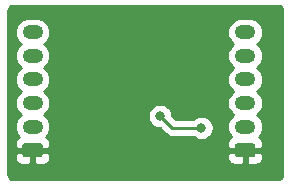
<source format=gbr>
%TF.GenerationSoftware,KiCad,Pcbnew,5.1.6-c6e7f7d~87~ubuntu20.04.1*%
%TF.CreationDate,2020-08-25T19:21:37-04:00*%
%TF.ProjectId,4_Channel_Level_Shifter,345f4368-616e-46e6-956c-5f4c6576656c,rev?*%
%TF.SameCoordinates,Original*%
%TF.FileFunction,Copper,L2,Bot*%
%TF.FilePolarity,Positive*%
%FSLAX46Y46*%
G04 Gerber Fmt 4.6, Leading zero omitted, Abs format (unit mm)*
G04 Created by KiCad (PCBNEW 5.1.6-c6e7f7d~87~ubuntu20.04.1) date 2020-08-25 19:21:37*
%MOMM*%
%LPD*%
G01*
G04 APERTURE LIST*
%TA.AperFunction,ComponentPad*%
%ADD10O,1.750000X1.200000*%
%TD*%
%TA.AperFunction,ViaPad*%
%ADD11C,0.800000*%
%TD*%
%TA.AperFunction,Conductor*%
%ADD12C,0.250000*%
%TD*%
%TA.AperFunction,Conductor*%
%ADD13C,0.254000*%
%TD*%
G04 APERTURE END LIST*
D10*
%TO.P,J2,6*%
%TO.N,4_L*%
X173200000Y-96400000D03*
%TO.P,J2,5*%
%TO.N,3_L*%
X173200000Y-98400000D03*
%TO.P,J2,4*%
%TO.N,2_L*%
X173200000Y-100400000D03*
%TO.P,J2,3*%
%TO.N,1_L*%
X173200000Y-102400000D03*
%TO.P,J2,2*%
%TO.N,VDD*%
X173200000Y-104400000D03*
%TO.P,J2,1*%
%TO.N,GND*%
%TA.AperFunction,ComponentPad*%
G36*
G01*
X173825001Y-107000000D02*
X172574999Y-107000000D01*
G75*
G02*
X172325000Y-106750001I0J249999D01*
G01*
X172325000Y-106049999D01*
G75*
G02*
X172574999Y-105800000I249999J0D01*
G01*
X173825001Y-105800000D01*
G75*
G02*
X174075000Y-106049999I0J-249999D01*
G01*
X174075000Y-106750001D01*
G75*
G02*
X173825001Y-107000000I-249999J0D01*
G01*
G37*
%TD.AperFunction*%
%TD*%
%TO.P,J1,6*%
%TO.N,4_H*%
X155200000Y-96400000D03*
%TO.P,J1,5*%
%TO.N,3_H*%
X155200000Y-98400000D03*
%TO.P,J1,4*%
%TO.N,2_H*%
X155200000Y-100400000D03*
%TO.P,J1,3*%
%TO.N,1_H*%
X155200000Y-102400000D03*
%TO.P,J1,2*%
%TO.N,VCC*%
X155200000Y-104400000D03*
%TO.P,J1,1*%
%TO.N,GND*%
%TA.AperFunction,ComponentPad*%
G36*
G01*
X155825001Y-107000000D02*
X154574999Y-107000000D01*
G75*
G02*
X154325000Y-106750001I0J249999D01*
G01*
X154325000Y-106049999D01*
G75*
G02*
X154574999Y-105800000I249999J0D01*
G01*
X155825001Y-105800000D01*
G75*
G02*
X156075000Y-106049999I0J-249999D01*
G01*
X156075000Y-106750001D01*
G75*
G02*
X155825001Y-107000000I-249999J0D01*
G01*
G37*
%TD.AperFunction*%
%TD*%
D11*
%TO.N,GND*%
X158500000Y-107500000D03*
X163000000Y-108000000D03*
X165000000Y-106000000D03*
X169000000Y-107500000D03*
%TO.N,1_L*%
X169500000Y-104500000D03*
X166000000Y-103500000D03*
%TD*%
D12*
%TO.N,1_L*%
X169500000Y-104500000D02*
X167000000Y-104500000D01*
X167000000Y-104500000D02*
X166000000Y-103500000D01*
%TD*%
D13*
%TO.N,GND*%
G36*
X176065424Y-94169580D02*
G01*
X176128356Y-94188580D01*
X176186405Y-94219445D01*
X176237343Y-94260989D01*
X176279248Y-94311644D01*
X176310515Y-94369471D01*
X176329956Y-94432272D01*
X176340000Y-94527835D01*
X176340001Y-108467711D01*
X176330420Y-108565424D01*
X176311420Y-108628357D01*
X176280554Y-108686406D01*
X176239011Y-108737343D01*
X176188356Y-108779248D01*
X176130529Y-108810515D01*
X176067728Y-108829956D01*
X175972165Y-108840000D01*
X153532279Y-108840000D01*
X153434576Y-108830420D01*
X153371643Y-108811420D01*
X153313594Y-108780554D01*
X153262657Y-108739011D01*
X153220752Y-108688356D01*
X153189485Y-108630529D01*
X153170044Y-108567728D01*
X153160000Y-108472165D01*
X153160000Y-107000000D01*
X153686928Y-107000000D01*
X153699188Y-107124482D01*
X153735498Y-107244180D01*
X153794463Y-107354494D01*
X153873815Y-107451185D01*
X153970506Y-107530537D01*
X154080820Y-107589502D01*
X154200518Y-107625812D01*
X154325000Y-107638072D01*
X154914250Y-107635000D01*
X155073000Y-107476250D01*
X155073000Y-106527000D01*
X155327000Y-106527000D01*
X155327000Y-107476250D01*
X155485750Y-107635000D01*
X156075000Y-107638072D01*
X156199482Y-107625812D01*
X156319180Y-107589502D01*
X156429494Y-107530537D01*
X156526185Y-107451185D01*
X156605537Y-107354494D01*
X156664502Y-107244180D01*
X156700812Y-107124482D01*
X156713072Y-107000000D01*
X171686928Y-107000000D01*
X171699188Y-107124482D01*
X171735498Y-107244180D01*
X171794463Y-107354494D01*
X171873815Y-107451185D01*
X171970506Y-107530537D01*
X172080820Y-107589502D01*
X172200518Y-107625812D01*
X172325000Y-107638072D01*
X172914250Y-107635000D01*
X173073000Y-107476250D01*
X173073000Y-106527000D01*
X173327000Y-106527000D01*
X173327000Y-107476250D01*
X173485750Y-107635000D01*
X174075000Y-107638072D01*
X174199482Y-107625812D01*
X174319180Y-107589502D01*
X174429494Y-107530537D01*
X174526185Y-107451185D01*
X174605537Y-107354494D01*
X174664502Y-107244180D01*
X174700812Y-107124482D01*
X174713072Y-107000000D01*
X174710000Y-106685750D01*
X174551250Y-106527000D01*
X173327000Y-106527000D01*
X173073000Y-106527000D01*
X171848750Y-106527000D01*
X171690000Y-106685750D01*
X171686928Y-107000000D01*
X156713072Y-107000000D01*
X156710000Y-106685750D01*
X156551250Y-106527000D01*
X155327000Y-106527000D01*
X155073000Y-106527000D01*
X153848750Y-106527000D01*
X153690000Y-106685750D01*
X153686928Y-107000000D01*
X153160000Y-107000000D01*
X153160000Y-96400000D01*
X153684025Y-96400000D01*
X153707870Y-96642102D01*
X153778489Y-96874901D01*
X153893167Y-97089449D01*
X154047498Y-97277502D01*
X154196762Y-97400000D01*
X154047498Y-97522498D01*
X153893167Y-97710551D01*
X153778489Y-97925099D01*
X153707870Y-98157898D01*
X153684025Y-98400000D01*
X153707870Y-98642102D01*
X153778489Y-98874901D01*
X153893167Y-99089449D01*
X154047498Y-99277502D01*
X154196762Y-99400000D01*
X154047498Y-99522498D01*
X153893167Y-99710551D01*
X153778489Y-99925099D01*
X153707870Y-100157898D01*
X153684025Y-100400000D01*
X153707870Y-100642102D01*
X153778489Y-100874901D01*
X153893167Y-101089449D01*
X154047498Y-101277502D01*
X154196762Y-101400000D01*
X154047498Y-101522498D01*
X153893167Y-101710551D01*
X153778489Y-101925099D01*
X153707870Y-102157898D01*
X153684025Y-102400000D01*
X153707870Y-102642102D01*
X153778489Y-102874901D01*
X153893167Y-103089449D01*
X154047498Y-103277502D01*
X154196762Y-103400000D01*
X154047498Y-103522498D01*
X153893167Y-103710551D01*
X153778489Y-103925099D01*
X153707870Y-104157898D01*
X153684025Y-104400000D01*
X153707870Y-104642102D01*
X153778489Y-104874901D01*
X153893167Y-105089449D01*
X154019436Y-105243309D01*
X153970506Y-105269463D01*
X153873815Y-105348815D01*
X153794463Y-105445506D01*
X153735498Y-105555820D01*
X153699188Y-105675518D01*
X153686928Y-105800000D01*
X153690000Y-106114250D01*
X153848750Y-106273000D01*
X155073000Y-106273000D01*
X155073000Y-106253000D01*
X155327000Y-106253000D01*
X155327000Y-106273000D01*
X156551250Y-106273000D01*
X156710000Y-106114250D01*
X156713072Y-105800000D01*
X156700812Y-105675518D01*
X156664502Y-105555820D01*
X156605537Y-105445506D01*
X156526185Y-105348815D01*
X156429494Y-105269463D01*
X156380564Y-105243309D01*
X156506833Y-105089449D01*
X156621511Y-104874901D01*
X156692130Y-104642102D01*
X156715975Y-104400000D01*
X156692130Y-104157898D01*
X156621511Y-103925099D01*
X156506833Y-103710551D01*
X156352502Y-103522498D01*
X156203238Y-103400000D01*
X156205600Y-103398061D01*
X164965000Y-103398061D01*
X164965000Y-103601939D01*
X165004774Y-103801898D01*
X165082795Y-103990256D01*
X165196063Y-104159774D01*
X165340226Y-104303937D01*
X165509744Y-104417205D01*
X165698102Y-104495226D01*
X165898061Y-104535000D01*
X165960199Y-104535000D01*
X166436201Y-105011003D01*
X166459999Y-105040001D01*
X166488997Y-105063799D01*
X166575724Y-105134974D01*
X166707753Y-105205546D01*
X166851014Y-105249003D01*
X167000000Y-105263677D01*
X167037333Y-105260000D01*
X168796289Y-105260000D01*
X168840226Y-105303937D01*
X169009744Y-105417205D01*
X169198102Y-105495226D01*
X169398061Y-105535000D01*
X169601939Y-105535000D01*
X169801898Y-105495226D01*
X169990256Y-105417205D01*
X170159774Y-105303937D01*
X170303937Y-105159774D01*
X170417205Y-104990256D01*
X170495226Y-104801898D01*
X170535000Y-104601939D01*
X170535000Y-104398061D01*
X170495226Y-104198102D01*
X170417205Y-104009744D01*
X170303937Y-103840226D01*
X170159774Y-103696063D01*
X169990256Y-103582795D01*
X169801898Y-103504774D01*
X169601939Y-103465000D01*
X169398061Y-103465000D01*
X169198102Y-103504774D01*
X169009744Y-103582795D01*
X168840226Y-103696063D01*
X168796289Y-103740000D01*
X167314802Y-103740000D01*
X167035000Y-103460199D01*
X167035000Y-103398061D01*
X166995226Y-103198102D01*
X166917205Y-103009744D01*
X166803937Y-102840226D01*
X166659774Y-102696063D01*
X166490256Y-102582795D01*
X166301898Y-102504774D01*
X166101939Y-102465000D01*
X165898061Y-102465000D01*
X165698102Y-102504774D01*
X165509744Y-102582795D01*
X165340226Y-102696063D01*
X165196063Y-102840226D01*
X165082795Y-103009744D01*
X165004774Y-103198102D01*
X164965000Y-103398061D01*
X156205600Y-103398061D01*
X156352502Y-103277502D01*
X156506833Y-103089449D01*
X156621511Y-102874901D01*
X156692130Y-102642102D01*
X156715975Y-102400000D01*
X156692130Y-102157898D01*
X156621511Y-101925099D01*
X156506833Y-101710551D01*
X156352502Y-101522498D01*
X156203238Y-101400000D01*
X156352502Y-101277502D01*
X156506833Y-101089449D01*
X156621511Y-100874901D01*
X156692130Y-100642102D01*
X156715975Y-100400000D01*
X156692130Y-100157898D01*
X156621511Y-99925099D01*
X156506833Y-99710551D01*
X156352502Y-99522498D01*
X156203238Y-99400000D01*
X156352502Y-99277502D01*
X156506833Y-99089449D01*
X156621511Y-98874901D01*
X156692130Y-98642102D01*
X156715975Y-98400000D01*
X156692130Y-98157898D01*
X156621511Y-97925099D01*
X156506833Y-97710551D01*
X156352502Y-97522498D01*
X156203238Y-97400000D01*
X156352502Y-97277502D01*
X156506833Y-97089449D01*
X156621511Y-96874901D01*
X156692130Y-96642102D01*
X156715975Y-96400000D01*
X171684025Y-96400000D01*
X171707870Y-96642102D01*
X171778489Y-96874901D01*
X171893167Y-97089449D01*
X172047498Y-97277502D01*
X172196762Y-97400000D01*
X172047498Y-97522498D01*
X171893167Y-97710551D01*
X171778489Y-97925099D01*
X171707870Y-98157898D01*
X171684025Y-98400000D01*
X171707870Y-98642102D01*
X171778489Y-98874901D01*
X171893167Y-99089449D01*
X172047498Y-99277502D01*
X172196762Y-99400000D01*
X172047498Y-99522498D01*
X171893167Y-99710551D01*
X171778489Y-99925099D01*
X171707870Y-100157898D01*
X171684025Y-100400000D01*
X171707870Y-100642102D01*
X171778489Y-100874901D01*
X171893167Y-101089449D01*
X172047498Y-101277502D01*
X172196762Y-101400000D01*
X172047498Y-101522498D01*
X171893167Y-101710551D01*
X171778489Y-101925099D01*
X171707870Y-102157898D01*
X171684025Y-102400000D01*
X171707870Y-102642102D01*
X171778489Y-102874901D01*
X171893167Y-103089449D01*
X172047498Y-103277502D01*
X172196762Y-103400000D01*
X172047498Y-103522498D01*
X171893167Y-103710551D01*
X171778489Y-103925099D01*
X171707870Y-104157898D01*
X171684025Y-104400000D01*
X171707870Y-104642102D01*
X171778489Y-104874901D01*
X171893167Y-105089449D01*
X172019436Y-105243309D01*
X171970506Y-105269463D01*
X171873815Y-105348815D01*
X171794463Y-105445506D01*
X171735498Y-105555820D01*
X171699188Y-105675518D01*
X171686928Y-105800000D01*
X171690000Y-106114250D01*
X171848750Y-106273000D01*
X173073000Y-106273000D01*
X173073000Y-106253000D01*
X173327000Y-106253000D01*
X173327000Y-106273000D01*
X174551250Y-106273000D01*
X174710000Y-106114250D01*
X174713072Y-105800000D01*
X174700812Y-105675518D01*
X174664502Y-105555820D01*
X174605537Y-105445506D01*
X174526185Y-105348815D01*
X174429494Y-105269463D01*
X174380564Y-105243309D01*
X174506833Y-105089449D01*
X174621511Y-104874901D01*
X174692130Y-104642102D01*
X174715975Y-104400000D01*
X174692130Y-104157898D01*
X174621511Y-103925099D01*
X174506833Y-103710551D01*
X174352502Y-103522498D01*
X174203238Y-103400000D01*
X174352502Y-103277502D01*
X174506833Y-103089449D01*
X174621511Y-102874901D01*
X174692130Y-102642102D01*
X174715975Y-102400000D01*
X174692130Y-102157898D01*
X174621511Y-101925099D01*
X174506833Y-101710551D01*
X174352502Y-101522498D01*
X174203238Y-101400000D01*
X174352502Y-101277502D01*
X174506833Y-101089449D01*
X174621511Y-100874901D01*
X174692130Y-100642102D01*
X174715975Y-100400000D01*
X174692130Y-100157898D01*
X174621511Y-99925099D01*
X174506833Y-99710551D01*
X174352502Y-99522498D01*
X174203238Y-99400000D01*
X174352502Y-99277502D01*
X174506833Y-99089449D01*
X174621511Y-98874901D01*
X174692130Y-98642102D01*
X174715975Y-98400000D01*
X174692130Y-98157898D01*
X174621511Y-97925099D01*
X174506833Y-97710551D01*
X174352502Y-97522498D01*
X174203238Y-97400000D01*
X174352502Y-97277502D01*
X174506833Y-97089449D01*
X174621511Y-96874901D01*
X174692130Y-96642102D01*
X174715975Y-96400000D01*
X174692130Y-96157898D01*
X174621511Y-95925099D01*
X174506833Y-95710551D01*
X174352502Y-95522498D01*
X174164449Y-95368167D01*
X173949901Y-95253489D01*
X173717102Y-95182870D01*
X173535665Y-95165000D01*
X172864335Y-95165000D01*
X172682898Y-95182870D01*
X172450099Y-95253489D01*
X172235551Y-95368167D01*
X172047498Y-95522498D01*
X171893167Y-95710551D01*
X171778489Y-95925099D01*
X171707870Y-96157898D01*
X171684025Y-96400000D01*
X156715975Y-96400000D01*
X156692130Y-96157898D01*
X156621511Y-95925099D01*
X156506833Y-95710551D01*
X156352502Y-95522498D01*
X156164449Y-95368167D01*
X155949901Y-95253489D01*
X155717102Y-95182870D01*
X155535665Y-95165000D01*
X154864335Y-95165000D01*
X154682898Y-95182870D01*
X154450099Y-95253489D01*
X154235551Y-95368167D01*
X154047498Y-95522498D01*
X153893167Y-95710551D01*
X153778489Y-95925099D01*
X153707870Y-96157898D01*
X153684025Y-96400000D01*
X153160000Y-96400000D01*
X153160000Y-94532279D01*
X153169580Y-94434576D01*
X153188580Y-94371644D01*
X153219445Y-94313595D01*
X153260989Y-94262657D01*
X153311644Y-94220752D01*
X153369471Y-94189485D01*
X153432272Y-94170044D01*
X153527835Y-94160000D01*
X175967721Y-94160000D01*
X176065424Y-94169580D01*
G37*
X176065424Y-94169580D02*
X176128356Y-94188580D01*
X176186405Y-94219445D01*
X176237343Y-94260989D01*
X176279248Y-94311644D01*
X176310515Y-94369471D01*
X176329956Y-94432272D01*
X176340000Y-94527835D01*
X176340001Y-108467711D01*
X176330420Y-108565424D01*
X176311420Y-108628357D01*
X176280554Y-108686406D01*
X176239011Y-108737343D01*
X176188356Y-108779248D01*
X176130529Y-108810515D01*
X176067728Y-108829956D01*
X175972165Y-108840000D01*
X153532279Y-108840000D01*
X153434576Y-108830420D01*
X153371643Y-108811420D01*
X153313594Y-108780554D01*
X153262657Y-108739011D01*
X153220752Y-108688356D01*
X153189485Y-108630529D01*
X153170044Y-108567728D01*
X153160000Y-108472165D01*
X153160000Y-107000000D01*
X153686928Y-107000000D01*
X153699188Y-107124482D01*
X153735498Y-107244180D01*
X153794463Y-107354494D01*
X153873815Y-107451185D01*
X153970506Y-107530537D01*
X154080820Y-107589502D01*
X154200518Y-107625812D01*
X154325000Y-107638072D01*
X154914250Y-107635000D01*
X155073000Y-107476250D01*
X155073000Y-106527000D01*
X155327000Y-106527000D01*
X155327000Y-107476250D01*
X155485750Y-107635000D01*
X156075000Y-107638072D01*
X156199482Y-107625812D01*
X156319180Y-107589502D01*
X156429494Y-107530537D01*
X156526185Y-107451185D01*
X156605537Y-107354494D01*
X156664502Y-107244180D01*
X156700812Y-107124482D01*
X156713072Y-107000000D01*
X171686928Y-107000000D01*
X171699188Y-107124482D01*
X171735498Y-107244180D01*
X171794463Y-107354494D01*
X171873815Y-107451185D01*
X171970506Y-107530537D01*
X172080820Y-107589502D01*
X172200518Y-107625812D01*
X172325000Y-107638072D01*
X172914250Y-107635000D01*
X173073000Y-107476250D01*
X173073000Y-106527000D01*
X173327000Y-106527000D01*
X173327000Y-107476250D01*
X173485750Y-107635000D01*
X174075000Y-107638072D01*
X174199482Y-107625812D01*
X174319180Y-107589502D01*
X174429494Y-107530537D01*
X174526185Y-107451185D01*
X174605537Y-107354494D01*
X174664502Y-107244180D01*
X174700812Y-107124482D01*
X174713072Y-107000000D01*
X174710000Y-106685750D01*
X174551250Y-106527000D01*
X173327000Y-106527000D01*
X173073000Y-106527000D01*
X171848750Y-106527000D01*
X171690000Y-106685750D01*
X171686928Y-107000000D01*
X156713072Y-107000000D01*
X156710000Y-106685750D01*
X156551250Y-106527000D01*
X155327000Y-106527000D01*
X155073000Y-106527000D01*
X153848750Y-106527000D01*
X153690000Y-106685750D01*
X153686928Y-107000000D01*
X153160000Y-107000000D01*
X153160000Y-96400000D01*
X153684025Y-96400000D01*
X153707870Y-96642102D01*
X153778489Y-96874901D01*
X153893167Y-97089449D01*
X154047498Y-97277502D01*
X154196762Y-97400000D01*
X154047498Y-97522498D01*
X153893167Y-97710551D01*
X153778489Y-97925099D01*
X153707870Y-98157898D01*
X153684025Y-98400000D01*
X153707870Y-98642102D01*
X153778489Y-98874901D01*
X153893167Y-99089449D01*
X154047498Y-99277502D01*
X154196762Y-99400000D01*
X154047498Y-99522498D01*
X153893167Y-99710551D01*
X153778489Y-99925099D01*
X153707870Y-100157898D01*
X153684025Y-100400000D01*
X153707870Y-100642102D01*
X153778489Y-100874901D01*
X153893167Y-101089449D01*
X154047498Y-101277502D01*
X154196762Y-101400000D01*
X154047498Y-101522498D01*
X153893167Y-101710551D01*
X153778489Y-101925099D01*
X153707870Y-102157898D01*
X153684025Y-102400000D01*
X153707870Y-102642102D01*
X153778489Y-102874901D01*
X153893167Y-103089449D01*
X154047498Y-103277502D01*
X154196762Y-103400000D01*
X154047498Y-103522498D01*
X153893167Y-103710551D01*
X153778489Y-103925099D01*
X153707870Y-104157898D01*
X153684025Y-104400000D01*
X153707870Y-104642102D01*
X153778489Y-104874901D01*
X153893167Y-105089449D01*
X154019436Y-105243309D01*
X153970506Y-105269463D01*
X153873815Y-105348815D01*
X153794463Y-105445506D01*
X153735498Y-105555820D01*
X153699188Y-105675518D01*
X153686928Y-105800000D01*
X153690000Y-106114250D01*
X153848750Y-106273000D01*
X155073000Y-106273000D01*
X155073000Y-106253000D01*
X155327000Y-106253000D01*
X155327000Y-106273000D01*
X156551250Y-106273000D01*
X156710000Y-106114250D01*
X156713072Y-105800000D01*
X156700812Y-105675518D01*
X156664502Y-105555820D01*
X156605537Y-105445506D01*
X156526185Y-105348815D01*
X156429494Y-105269463D01*
X156380564Y-105243309D01*
X156506833Y-105089449D01*
X156621511Y-104874901D01*
X156692130Y-104642102D01*
X156715975Y-104400000D01*
X156692130Y-104157898D01*
X156621511Y-103925099D01*
X156506833Y-103710551D01*
X156352502Y-103522498D01*
X156203238Y-103400000D01*
X156205600Y-103398061D01*
X164965000Y-103398061D01*
X164965000Y-103601939D01*
X165004774Y-103801898D01*
X165082795Y-103990256D01*
X165196063Y-104159774D01*
X165340226Y-104303937D01*
X165509744Y-104417205D01*
X165698102Y-104495226D01*
X165898061Y-104535000D01*
X165960199Y-104535000D01*
X166436201Y-105011003D01*
X166459999Y-105040001D01*
X166488997Y-105063799D01*
X166575724Y-105134974D01*
X166707753Y-105205546D01*
X166851014Y-105249003D01*
X167000000Y-105263677D01*
X167037333Y-105260000D01*
X168796289Y-105260000D01*
X168840226Y-105303937D01*
X169009744Y-105417205D01*
X169198102Y-105495226D01*
X169398061Y-105535000D01*
X169601939Y-105535000D01*
X169801898Y-105495226D01*
X169990256Y-105417205D01*
X170159774Y-105303937D01*
X170303937Y-105159774D01*
X170417205Y-104990256D01*
X170495226Y-104801898D01*
X170535000Y-104601939D01*
X170535000Y-104398061D01*
X170495226Y-104198102D01*
X170417205Y-104009744D01*
X170303937Y-103840226D01*
X170159774Y-103696063D01*
X169990256Y-103582795D01*
X169801898Y-103504774D01*
X169601939Y-103465000D01*
X169398061Y-103465000D01*
X169198102Y-103504774D01*
X169009744Y-103582795D01*
X168840226Y-103696063D01*
X168796289Y-103740000D01*
X167314802Y-103740000D01*
X167035000Y-103460199D01*
X167035000Y-103398061D01*
X166995226Y-103198102D01*
X166917205Y-103009744D01*
X166803937Y-102840226D01*
X166659774Y-102696063D01*
X166490256Y-102582795D01*
X166301898Y-102504774D01*
X166101939Y-102465000D01*
X165898061Y-102465000D01*
X165698102Y-102504774D01*
X165509744Y-102582795D01*
X165340226Y-102696063D01*
X165196063Y-102840226D01*
X165082795Y-103009744D01*
X165004774Y-103198102D01*
X164965000Y-103398061D01*
X156205600Y-103398061D01*
X156352502Y-103277502D01*
X156506833Y-103089449D01*
X156621511Y-102874901D01*
X156692130Y-102642102D01*
X156715975Y-102400000D01*
X156692130Y-102157898D01*
X156621511Y-101925099D01*
X156506833Y-101710551D01*
X156352502Y-101522498D01*
X156203238Y-101400000D01*
X156352502Y-101277502D01*
X156506833Y-101089449D01*
X156621511Y-100874901D01*
X156692130Y-100642102D01*
X156715975Y-100400000D01*
X156692130Y-100157898D01*
X156621511Y-99925099D01*
X156506833Y-99710551D01*
X156352502Y-99522498D01*
X156203238Y-99400000D01*
X156352502Y-99277502D01*
X156506833Y-99089449D01*
X156621511Y-98874901D01*
X156692130Y-98642102D01*
X156715975Y-98400000D01*
X156692130Y-98157898D01*
X156621511Y-97925099D01*
X156506833Y-97710551D01*
X156352502Y-97522498D01*
X156203238Y-97400000D01*
X156352502Y-97277502D01*
X156506833Y-97089449D01*
X156621511Y-96874901D01*
X156692130Y-96642102D01*
X156715975Y-96400000D01*
X171684025Y-96400000D01*
X171707870Y-96642102D01*
X171778489Y-96874901D01*
X171893167Y-97089449D01*
X172047498Y-97277502D01*
X172196762Y-97400000D01*
X172047498Y-97522498D01*
X171893167Y-97710551D01*
X171778489Y-97925099D01*
X171707870Y-98157898D01*
X171684025Y-98400000D01*
X171707870Y-98642102D01*
X171778489Y-98874901D01*
X171893167Y-99089449D01*
X172047498Y-99277502D01*
X172196762Y-99400000D01*
X172047498Y-99522498D01*
X171893167Y-99710551D01*
X171778489Y-99925099D01*
X171707870Y-100157898D01*
X171684025Y-100400000D01*
X171707870Y-100642102D01*
X171778489Y-100874901D01*
X171893167Y-101089449D01*
X172047498Y-101277502D01*
X172196762Y-101400000D01*
X172047498Y-101522498D01*
X171893167Y-101710551D01*
X171778489Y-101925099D01*
X171707870Y-102157898D01*
X171684025Y-102400000D01*
X171707870Y-102642102D01*
X171778489Y-102874901D01*
X171893167Y-103089449D01*
X172047498Y-103277502D01*
X172196762Y-103400000D01*
X172047498Y-103522498D01*
X171893167Y-103710551D01*
X171778489Y-103925099D01*
X171707870Y-104157898D01*
X171684025Y-104400000D01*
X171707870Y-104642102D01*
X171778489Y-104874901D01*
X171893167Y-105089449D01*
X172019436Y-105243309D01*
X171970506Y-105269463D01*
X171873815Y-105348815D01*
X171794463Y-105445506D01*
X171735498Y-105555820D01*
X171699188Y-105675518D01*
X171686928Y-105800000D01*
X171690000Y-106114250D01*
X171848750Y-106273000D01*
X173073000Y-106273000D01*
X173073000Y-106253000D01*
X173327000Y-106253000D01*
X173327000Y-106273000D01*
X174551250Y-106273000D01*
X174710000Y-106114250D01*
X174713072Y-105800000D01*
X174700812Y-105675518D01*
X174664502Y-105555820D01*
X174605537Y-105445506D01*
X174526185Y-105348815D01*
X174429494Y-105269463D01*
X174380564Y-105243309D01*
X174506833Y-105089449D01*
X174621511Y-104874901D01*
X174692130Y-104642102D01*
X174715975Y-104400000D01*
X174692130Y-104157898D01*
X174621511Y-103925099D01*
X174506833Y-103710551D01*
X174352502Y-103522498D01*
X174203238Y-103400000D01*
X174352502Y-103277502D01*
X174506833Y-103089449D01*
X174621511Y-102874901D01*
X174692130Y-102642102D01*
X174715975Y-102400000D01*
X174692130Y-102157898D01*
X174621511Y-101925099D01*
X174506833Y-101710551D01*
X174352502Y-101522498D01*
X174203238Y-101400000D01*
X174352502Y-101277502D01*
X174506833Y-101089449D01*
X174621511Y-100874901D01*
X174692130Y-100642102D01*
X174715975Y-100400000D01*
X174692130Y-100157898D01*
X174621511Y-99925099D01*
X174506833Y-99710551D01*
X174352502Y-99522498D01*
X174203238Y-99400000D01*
X174352502Y-99277502D01*
X174506833Y-99089449D01*
X174621511Y-98874901D01*
X174692130Y-98642102D01*
X174715975Y-98400000D01*
X174692130Y-98157898D01*
X174621511Y-97925099D01*
X174506833Y-97710551D01*
X174352502Y-97522498D01*
X174203238Y-97400000D01*
X174352502Y-97277502D01*
X174506833Y-97089449D01*
X174621511Y-96874901D01*
X174692130Y-96642102D01*
X174715975Y-96400000D01*
X174692130Y-96157898D01*
X174621511Y-95925099D01*
X174506833Y-95710551D01*
X174352502Y-95522498D01*
X174164449Y-95368167D01*
X173949901Y-95253489D01*
X173717102Y-95182870D01*
X173535665Y-95165000D01*
X172864335Y-95165000D01*
X172682898Y-95182870D01*
X172450099Y-95253489D01*
X172235551Y-95368167D01*
X172047498Y-95522498D01*
X171893167Y-95710551D01*
X171778489Y-95925099D01*
X171707870Y-96157898D01*
X171684025Y-96400000D01*
X156715975Y-96400000D01*
X156692130Y-96157898D01*
X156621511Y-95925099D01*
X156506833Y-95710551D01*
X156352502Y-95522498D01*
X156164449Y-95368167D01*
X155949901Y-95253489D01*
X155717102Y-95182870D01*
X155535665Y-95165000D01*
X154864335Y-95165000D01*
X154682898Y-95182870D01*
X154450099Y-95253489D01*
X154235551Y-95368167D01*
X154047498Y-95522498D01*
X153893167Y-95710551D01*
X153778489Y-95925099D01*
X153707870Y-96157898D01*
X153684025Y-96400000D01*
X153160000Y-96400000D01*
X153160000Y-94532279D01*
X153169580Y-94434576D01*
X153188580Y-94371644D01*
X153219445Y-94313595D01*
X153260989Y-94262657D01*
X153311644Y-94220752D01*
X153369471Y-94189485D01*
X153432272Y-94170044D01*
X153527835Y-94160000D01*
X175967721Y-94160000D01*
X176065424Y-94169580D01*
%TD*%
M02*

</source>
